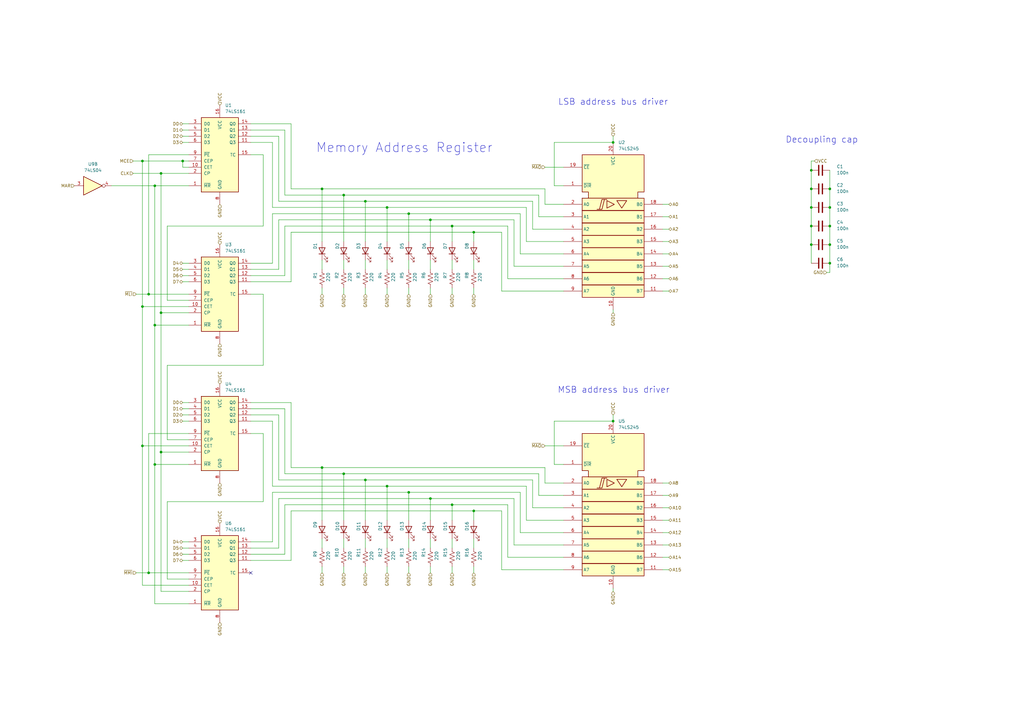
<source format=kicad_sch>
(kicad_sch (version 20250114) (generator "eeschema") (generator_version "9.0")
  (paper "A3")
  (title_block (title "Memory Address Register") (date "2025-11-16") (rev "1.0") (company "Marco Vettigli"))
  (lib_symbols
    (symbol "74xx:74LS04"
      (property "Reference" "U" (at 0 1.27 0))
      (property "Value" "74LS04" (at 0 -1.27 0))
      (symbol "74LS04_1_0"
        (polyline (pts (xy -3.81 3.81) (xy -3.81 -3.81) (xy 3.81 0) (xy -3.81 3.81)) (stroke (width 0.254)) (fill (type background)))
        (pin input line (at -7.62 0 0) (length 3.81) (name "~") (number "1"))
        (pin output inverted (at 7.62 0 180) (length 3.81) (name "~") (number "2"))
      )
      (symbol "74LS04_2_0"
        (polyline (pts (xy -3.81 3.81) (xy -3.81 -3.81) (xy 3.81 0) (xy -3.81 3.81)) (stroke (width 0.254)) (fill (type background)))
        (pin input line (at -7.62 0 0) (length 3.81) (name "~") (number "3"))
        (pin output inverted (at 7.62 0 180) (length 3.81) (name "~") (number "4"))
      )
      (symbol "74LS04_3_0"
        (polyline (pts (xy -3.81 3.81) (xy -3.81 -3.81) (xy 3.81 0) (xy -3.81 3.81)) (stroke (width 0.254)) (fill (type background)))
        (pin input line (at -7.62 0 0) (length 3.81) (name "~") (number "5"))
        (pin output inverted (at 7.62 0 180) (length 3.81) (name "~") (number "6"))
      )
      (symbol "74LS04_4_0"
        (polyline (pts (xy -3.81 3.81) (xy -3.81 -3.81) (xy 3.81 0) (xy -3.81 3.81)) (stroke (width 0.254)) (fill (type background)))
        (pin input line (at -7.62 0 0) (length 3.81) (name "~") (number "9"))
        (pin output inverted (at 7.62 0 180) (length 3.81) (name "~") (number "8"))
      )
      (symbol "74LS04_5_0"
        (polyline (pts (xy -3.81 3.81) (xy -3.81 -3.81) (xy 3.81 0) (xy -3.81 3.81)) (stroke (width 0.254)) (fill (type background)))
        (pin input line (at -7.62 0 0) (length 3.81) (name "~") (number "11"))
        (pin output inverted (at 7.62 0 180) (length 3.81) (name "~") (number "10"))
      )
      (symbol "74LS04_6_0"
        (polyline (pts (xy -3.81 3.81) (xy -3.81 -3.81) (xy 3.81 0) (xy -3.81 3.81)) (stroke (width 0.254)) (fill (type background)))
        (pin input line (at -7.62 0 0) (length 3.81) (name "~") (number "13"))
        (pin output inverted (at 7.62 0 180) (length 3.81) (name "~") (number "12"))
      )
      (symbol "74LS04_7_0"
        (pin power_in line (at 0 12.7 270) (length 5.08) (name "VCC") (number "14"))
        (pin power_in line (at 0 -12.7 90) (length 5.08) (name "GND") (number "7"))
      )
      (symbol "74LS04_7_1"
        (rectangle (start -5.08 7.62) (end 5.08 -7.62) (stroke (width 0.254)) (fill (type background)))
      )
    )
    (symbol "74xx:74LS161" (pin_names (offset 1.016))
      (property "Reference" "U" (at -7.62 16.51 0))
      (property "Value" "74LS161" (at -7.62 -16.51 0))
      (symbol "74LS161_1_0"
        (pin input line (at -12.7 12.7 0) (length 5.08) (name "D0") (number "3"))
        (pin input line (at -12.7 10.16 0) (length 5.08) (name "D1") (number "4"))
        (pin input line (at -12.7 7.62 0) (length 5.08) (name "D2") (number "5"))
        (pin input line (at -12.7 5.08 0) (length 5.08) (name "D3") (number "6"))
        (pin input line (at -12.7 0 0) (length 5.08) (name "~{PE}") (number "9"))
        (pin input line (at -12.7 -2.54 0) (length 5.08) (name "CEP") (number "7"))
        (pin input line (at -12.7 -5.08 0) (length 5.08) (name "CET") (number "10"))
        (pin input line (at -12.7 -7.62 0) (length 5.08) (name "CP") (number "2"))
        (pin input line (at -12.7 -12.7 0) (length 5.08) (name "~{MR}") (number "1"))
        (pin power_in line (at 0 20.32 270) (length 5.08) (name "VCC") (number "16"))
        (pin power_in line (at 0 -20.32 90) (length 5.08) (name "GND") (number "8"))
        (pin output line (at 12.7 12.7 180) (length 5.08) (name "Q0") (number "14"))
        (pin output line (at 12.7 10.16 180) (length 5.08) (name "Q1") (number "13"))
        (pin output line (at 12.7 7.62 180) (length 5.08) (name "Q2") (number "12"))
        (pin output line (at 12.7 5.08 180) (length 5.08) (name "Q3") (number "11"))
        (pin output line (at 12.7 0 180) (length 5.08) (name "TC") (number "15"))
      )
      (symbol "74LS161_1_1"
        (rectangle (start -7.62 15.24) (end 7.62 -15.24) (stroke (width 0.254)) (fill (type background)))
      )
    )
    (symbol "74xx_IEEE:74LS245"
      (property "Reference" "U" (at 15.24 25.4 0))
      (property "Value" "74LS245" (at 5.08 -30.48 0))
      (symbol "74LS245_0_0"
        (polyline (pts (xy -6.604 10.668) (xy -4.572 10.668) (xy -3.556 14.732) (xy -2.54 14.732) (xy -4.572 14.732) (xy -5.588 10.668) (xy -5.588 10.668)) (stroke (width 0.254)) (fill (type background)))
        (polyline (pts (xy -2.54 14.224) (xy -2.54 11.176) (xy 0.508 12.7) (xy -2.54 14.224) (xy -2.54 14.224)) (stroke (width 0.254)) (fill (type background)))
        (polyline (pts (xy 1.524 14.224) (xy 5.588 14.224) (xy 3.556 11.176) (xy 1.524 14.224) (xy 1.524 14.224)) (stroke (width 0.254)) (fill (type background)))
        (pin power_in line (at 0 38.1 270) (length 5.08) (name "VCC") (number "20"))
        (pin power_in line (at 0 -30.48 90) (length 5.08) (name "GND") (number "10"))
      )
      (symbol "74LS245_0_1"
        (rectangle (start -12.7 15.24) (end 12.7 10.16) (stroke (width 0.254)) (fill (type background)))
        (rectangle (start -12.7 10.16) (end 12.7 5.08) (stroke (width 0.254)) (fill (type background)))
        (rectangle (start -12.7 5.08) (end 12.7 0) (stroke (width 0.254)) (fill (type background)))
        (rectangle (start -12.7 0) (end 12.7 -5.08) (stroke (width 0.254)) (fill (type background)))
        (rectangle (start -12.7 -5.08) (end 12.7 -10.16) (stroke (width 0.254)) (fill (type background)))
        (rectangle (start -12.7 -10.16) (end 12.7 -15.24) (stroke (width 0.254)) (fill (type background)))
        (rectangle (start -12.7 -15.24) (end 12.7 -20.32) (stroke (width 0.254)) (fill (type background)))
        (rectangle (start -12.7 -20.32) (end 12.7 -25.4) (stroke (width 0.254)) (fill (type background)))
        (polyline (pts (xy -10.16 15.24) (xy -10.16 17.78) (xy -12.7 17.78) (xy -12.7 33.02) (xy 12.7 33.02) (xy 12.7 17.78) (xy 10.16 17.78) (xy 10.16 15.24) (xy 10.16 15.24)) (stroke (width 0.254)) (fill (type background)))
      )
      (symbol "74LS245_1_1"
        (pin input line (at -20.32 27.94 0) (length 7.62) (name "~{CE}") (number "19"))
        (pin input line (at -20.32 20.32 0) (length 7.62) (name "~{DIR}") (number "1"))
        (pin tri_state line (at -20.32 12.7 0) (length 7.62) (name "A0") (number "2"))
        (pin tri_state line (at -20.32 7.62 0) (length 7.62) (name "A1") (number "3"))
        (pin tri_state line (at -20.32 2.54 0) (length 7.62) (name "A2") (number "4"))
        (pin tri_state line (at -20.32 -2.54 0) (length 7.62) (name "A3") (number "5"))
        (pin tri_state line (at -20.32 -7.62 0) (length 7.62) (name "A4") (number "6"))
        (pin tri_state line (at -20.32 -12.7 0) (length 7.62) (name "A5") (number "7"))
        (pin tri_state line (at -20.32 -17.78 0) (length 7.62) (name "A6") (number "8"))
        (pin tri_state line (at -20.32 -22.86 0) (length 7.62) (name "A7") (number "9"))
        (pin tri_state line (at 20.32 12.7 180) (length 7.62) (name "B0") (number "18"))
        (pin tri_state line (at 20.32 7.62 180) (length 7.62) (name "B1") (number "17"))
        (pin tri_state line (at 20.32 2.54 180) (length 7.62) (name "B2") (number "16"))
        (pin tri_state line (at 20.32 -2.54 180) (length 7.62) (name "B3") (number "15"))
        (pin tri_state line (at 20.32 -7.62 180) (length 7.62) (name "B4") (number "14"))
        (pin tri_state line (at 20.32 -12.7 180) (length 7.62) (name "B5") (number "13"))
        (pin tri_state line (at 20.32 -17.78 180) (length 7.62) (name "B6") (number "12"))
        (pin tri_state line (at 20.32 -22.86 180) (length 7.62) (name "B7") (number "11"))
      )
    )
    (symbol "Device:C" (pin_numbers (hide yes)) (pin_names (offset 0.254))
      (property "Reference" "C" (at 0.635 2.54 0))
      (property "Value" "C" (at 0.635 -2.54 0))
      (symbol "C_0_1"
        (polyline (pts (xy -2.032 0.762) (xy 2.032 0.762)) (stroke (width 0.508)))
        (polyline (pts (xy -2.032 -0.762) (xy 2.032 -0.762)) (stroke (width 0.508)))
      )
      (symbol "C_1_1"
        (pin passive line (at 0 3.81 270) (length 2.794) (name "~") (number "1"))
        (pin passive line (at 0 -3.81 90) (length 2.794) (name "~") (number "2"))
      )
    )
    (symbol "Device:LED" (pin_numbers (hide yes)) (pin_names (offset 1.016) (hide yes))
      (property "Reference" "D" (at 0 2.54 0))
      (property "Value" "LED" (at 0 -2.54 0))
      (symbol "LED_0_1"
        (polyline (pts (xy -3.048 -0.762) (xy -4.572 -2.286) (xy -3.81 -2.286) (xy -4.572 -2.286) (xy -4.572 -1.524)))
        (polyline (pts (xy -1.778 -0.762) (xy -3.302 -2.286) (xy -2.54 -2.286) (xy -3.302 -2.286) (xy -3.302 -1.524)))
        (polyline (pts (xy -1.27 0) (xy 1.27 0)))
        (polyline (pts (xy -1.27 -1.27) (xy -1.27 1.27)) (stroke (width 0.254)))
        (polyline (pts (xy 1.27 -1.27) (xy 1.27 1.27) (xy -1.27 0) (xy 1.27 -1.27)) (stroke (width 0.254)))
      )
      (symbol "LED_1_1"
        (pin passive line (at -3.81 0 0) (length 2.54) (name "K") (number "1"))
        (pin passive line (at 3.81 0 180) (length 2.54) (name "A") (number "2"))
      )
    )
    (symbol "Device:R_US" (pin_numbers (hide yes)) (pin_names (offset 0))
      (property "Reference" "R" (at 2.54 0 90))
      (property "Value" "R_US" (at -2.54 0 90))
      (symbol "R_US_0_1"
        (polyline (pts (xy 0 2.286) (xy 0 2.54)))
        (polyline (pts (xy 0 2.286) (xy 1.016 1.905) (xy 0 1.524) (xy -1.016 1.143) (xy 0 0.762)))
        (polyline (pts (xy 0 0.762) (xy 1.016 0.381) (xy 0 0) (xy -1.016 -0.381) (xy 0 -0.762)))
        (polyline (pts (xy 0 -0.762) (xy 1.016 -1.143) (xy 0 -1.524) (xy -1.016 -1.905) (xy 0 -2.286)))
        (polyline (pts (xy 0 -2.286) (xy 0 -2.54)))
      )
      (symbol "R_US_1_1"
        (pin passive line (at 0 3.81 270) (length 1.27) (name "~") (number "1"))
        (pin passive line (at 0 -3.81 90) (length 1.27) (name "~") (number "2"))
      )
    )
  )
  (text "Decoupling cap" (at 337.058 57.404 0) (effects (font (size 2.54 2.54))))
  (text "MSB address bus driver" (at 251.714 160.02 0) (effects (font (size 2.54 2.54))))
  (text "LSB address bus driver" (at 251.46 41.91 0) (effects (font (size 2.54 2.54))))
  (text "Memory Address Register" (at 165.862 60.706 0) (effects (font (size 3.81 3.81))))
  (junction (at 176.53 90.17))
  (junction (at 332.74 85.09))
  (junction (at 185.42 207.01))
  (junction (at 66.04 185.42))
  (junction (at 74.93 66.04))
  (junction (at 340.36 107.95))
  (junction (at 58.42 125.73))
  (junction (at 340.36 92.71))
  (junction (at 60.96 120.65))
  (junction (at 340.36 100.33))
  (junction (at 158.75 199.39))
  (junction (at 340.36 77.47))
  (junction (at 63.5 190.5))
  (junction (at 132.08 191.77))
  (junction (at 340.36 85.09))
  (junction (at 194.31 95.25))
  (junction (at 140.97 194.31))
  (junction (at 140.97 80.01))
  (junction (at 158.75 85.09))
  (junction (at 132.08 77.47))
  (junction (at 167.64 87.63))
  (junction (at 63.5 133.35))
  (junction (at 251.46 58.42))
  (junction (at 332.74 92.71))
  (junction (at 63.5 76.2))
  (junction (at 332.74 100.33))
  (junction (at 66.04 128.27))
  (junction (at 185.42 92.71))
  (junction (at 332.74 69.85))
  (junction (at 60.96 234.95))
  (junction (at 66.04 71.12))
  (junction (at 251.46 172.72))
  (junction (at 167.64 201.93))
  (junction (at 149.86 196.85))
  (junction (at 58.42 66.04))
  (junction (at 58.42 182.88))
  (junction (at 332.74 77.47))
  (junction (at 149.86 82.55))
  (junction (at 176.53 204.47))
  (junction (at 194.31 209.55))
  (no_connect (at 102.87 234.95))
  (wire (pts (xy 119.38 115.57) (xy 119.38 95.25)))
  (wire (pts (xy 111.76 107.95) (xy 111.76 87.63)))
  (wire (pts (xy 167.64 87.63) (xy 213.36 87.63)))
  (wire (pts (xy 149.86 110.49) (xy 149.86 106.68)))
  (wire (pts (xy 332.74 92.71) (xy 332.74 100.33)))
  (wire (pts (xy 102.87 107.95) (xy 111.76 107.95)))
  (wire (pts (xy 194.31 224.79) (xy 194.31 220.98)))
  (wire (pts (xy 167.64 87.63) (xy 167.64 99.06)))
  (wire (pts (xy 68.58 180.34) (xy 77.47 180.34)))
  (wire (pts (xy 271.78 93.98) (xy 274.32 93.98)))
  (wire (pts (xy 132.08 224.79) (xy 132.08 220.98)))
  (wire (pts (xy 74.93 53.34) (xy 77.47 53.34)))
  (wire (pts (xy 140.97 194.31) (xy 220.98 194.31)))
  (wire (pts (xy 251.46 55.88) (xy 251.46 58.42)))
  (wire (pts (xy 194.31 209.55) (xy 205.74 209.55)))
  (wire (pts (xy 74.93 113.03) (xy 77.47 113.03)))
  (wire (pts (xy 114.3 82.55) (xy 149.86 82.55)))
  (wire (pts (xy 208.28 92.71) (xy 208.28 114.3)))
  (wire (pts (xy 218.44 196.85) (xy 218.44 208.28)))
  (wire (pts (xy 119.38 191.77) (xy 132.08 191.77)))
  (wire (pts (xy 218.44 208.28) (xy 231.14 208.28)))
  (wire (pts (xy 167.64 120.65) (xy 167.64 118.11)))
  (wire (pts (xy 74.93 50.8) (xy 77.47 50.8)))
  (wire (pts (xy 58.42 182.88) (xy 77.47 182.88)))
  (wire (pts (xy 220.98 88.9) (xy 231.14 88.9)))
  (wire (pts (xy 63.5 76.2) (xy 77.47 76.2)))
  (wire (pts (xy 218.44 82.55) (xy 218.44 93.98)))
  (wire (pts (xy 176.53 234.95) (xy 176.53 232.41)))
  (wire (pts (xy 210.82 90.17) (xy 210.82 109.22)))
  (wire (pts (xy 55.88 234.95) (xy 60.96 234.95)))
  (wire (pts (xy 185.42 207.01) (xy 185.42 213.36)))
  (wire (pts (xy 271.78 104.14) (xy 274.32 104.14)))
  (wire (pts (xy 74.93 58.42) (xy 77.47 58.42)))
  (wire (pts (xy 111.76 58.42) (xy 111.76 85.09)))
  (wire (pts (xy 176.53 204.47) (xy 176.53 213.36)))
  (wire (pts (xy 74.93 115.57) (xy 77.47 115.57)))
  (wire (pts (xy 339.09 111.76) (xy 340.36 111.76)))
  (wire (pts (xy 271.78 218.44) (xy 274.32 218.44)))
  (wire (pts (xy 74.93 224.79) (xy 77.47 224.79)))
  (wire (pts (xy 194.31 95.25) (xy 194.31 99.06)))
  (wire (pts (xy 176.53 120.65) (xy 176.53 118.11)))
  (wire (pts (xy 132.08 77.47) (xy 132.08 99.06)))
  (wire (pts (xy 140.97 224.79) (xy 140.97 220.98)))
  (wire (pts (xy 111.76 199.39) (xy 158.75 199.39)))
  (wire (pts (xy 116.84 194.31) (xy 140.97 194.31)))
  (wire (pts (xy 176.53 204.47) (xy 210.82 204.47)))
  (wire (pts (xy 176.53 110.49) (xy 176.53 106.68)))
  (wire (pts (xy 66.04 128.27) (xy 66.04 71.12)))
  (wire (pts (xy 74.93 227.33) (xy 77.47 227.33)))
  (wire (pts (xy 332.74 66.04) (xy 332.74 69.85)))
  (wire (pts (xy 119.38 229.87) (xy 119.38 209.55)))
  (wire (pts (xy 227.33 190.5) (xy 231.14 190.5)))
  (wire (pts (xy 158.75 199.39) (xy 215.9 199.39)))
  (wire (pts (xy 340.36 69.85) (xy 340.36 77.47)))
  (wire (pts (xy 58.42 182.88) (xy 58.42 240.03)))
  (wire (pts (xy 114.3 110.49) (xy 114.3 90.17)))
  (wire (pts (xy 251.46 241.3) (xy 251.46 242.57)))
  (wire (pts (xy 119.38 77.47) (xy 132.08 77.47)))
  (wire (pts (xy 223.52 83.82) (xy 231.14 83.82)))
  (wire (pts (xy 58.42 125.73) (xy 77.47 125.73)))
  (wire (pts (xy 58.42 240.03) (xy 77.47 240.03)))
  (wire (pts (xy 185.42 92.71) (xy 185.42 99.06)))
  (wire (pts (xy 271.78 233.68) (xy 274.32 233.68)))
  (wire (pts (xy 205.74 119.38) (xy 231.14 119.38)))
  (wire (pts (xy 102.87 115.57) (xy 119.38 115.57)))
  (wire (pts (xy 205.74 233.68) (xy 231.14 233.68)))
  (wire (pts (xy 167.64 201.93) (xy 213.36 201.93)))
  (wire (pts (xy 340.36 100.33) (xy 340.36 107.95)))
  (wire (pts (xy 194.31 234.95) (xy 194.31 232.41)))
  (wire (pts (xy 111.76 87.63) (xy 167.64 87.63)))
  (wire (pts (xy 185.42 224.79) (xy 185.42 220.98)))
  (wire (pts (xy 251.46 58.42) (xy 227.33 58.42)))
  (wire (pts (xy 167.64 224.79) (xy 167.64 220.98)))
  (wire (pts (xy 223.52 182.88) (xy 231.14 182.88)))
  (wire (pts (xy 102.87 172.72) (xy 111.76 172.72)))
  (wire (pts (xy 114.3 196.85) (xy 149.86 196.85)))
  (wire (pts (xy 116.84 167.64) (xy 116.84 194.31)))
  (wire (pts (xy 194.31 120.65) (xy 194.31 118.11)))
  (wire (pts (xy 140.97 110.49) (xy 140.97 106.68)))
  (wire (pts (xy 149.86 196.85) (xy 218.44 196.85)))
  (wire (pts (xy 102.87 50.8) (xy 119.38 50.8)))
  (wire (pts (xy 54.61 66.04) (xy 58.42 66.04)))
  (wire (pts (xy 102.87 120.65) (xy 107.95 120.65)))
  (wire (pts (xy 158.75 199.39) (xy 158.75 213.36)))
  (wire (pts (xy 66.04 128.27) (xy 66.04 185.42)))
  (wire (pts (xy 74.93 68.58) (xy 74.93 66.04)))
  (wire (pts (xy 223.52 198.12) (xy 231.14 198.12)))
  (wire (pts (xy 58.42 125.73) (xy 58.42 182.88)))
  (wire (pts (xy 74.93 165.1) (xy 77.47 165.1)))
  (wire (pts (xy 223.52 77.47) (xy 223.52 83.82)))
  (wire (pts (xy 119.38 95.25) (xy 194.31 95.25)))
  (wire (pts (xy 140.97 80.01) (xy 140.97 99.06)))
  (wire (pts (xy 74.93 55.88) (xy 77.47 55.88)))
  (wire (pts (xy 102.87 113.03) (xy 116.84 113.03)))
  (wire (pts (xy 116.84 207.01) (xy 185.42 207.01)))
  (wire (pts (xy 132.08 110.49) (xy 132.08 106.68)))
  (wire (pts (xy 74.93 167.64) (xy 77.47 167.64)))
  (wire (pts (xy 58.42 66.04) (xy 58.42 125.73)))
  (wire (pts (xy 119.38 165.1) (xy 119.38 191.77)))
  (wire (pts (xy 114.3 170.18) (xy 114.3 196.85)))
  (wire (pts (xy 213.36 201.93) (xy 213.36 218.44)))
  (wire (pts (xy 334.01 66.04) (xy 332.74 66.04)))
  (wire (pts (xy 223.52 191.77) (xy 223.52 198.12)))
  (wire (pts (xy 215.9 85.09) (xy 215.9 99.06)))
  (wire (pts (xy 210.82 223.52) (xy 231.14 223.52)))
  (wire (pts (xy 210.82 204.47) (xy 210.82 223.52)))
  (wire (pts (xy 167.64 110.49) (xy 167.64 106.68)))
  (wire (pts (xy 107.95 120.65) (xy 107.95 149.86)))
  (wire (pts (xy 68.58 149.86) (xy 68.58 180.34)))
  (wire (pts (xy 149.86 234.95) (xy 149.86 232.41)))
  (wire (pts (xy 149.86 82.55) (xy 218.44 82.55)))
  (wire (pts (xy 116.84 80.01) (xy 140.97 80.01)))
  (wire (pts (xy 60.96 63.5) (xy 60.96 120.65)))
  (wire (pts (xy 63.5 76.2) (xy 63.5 133.35)))
  (wire (pts (xy 58.42 66.04) (xy 74.93 66.04)))
  (wire (pts (xy 77.47 177.8) (xy 60.96 177.8)))
  (wire (pts (xy 158.75 120.65) (xy 158.75 118.11)))
  (wire (pts (xy 63.5 190.5) (xy 63.5 247.65)))
  (wire (pts (xy 215.9 213.36) (xy 231.14 213.36)))
  (wire (pts (xy 271.78 109.22) (xy 274.32 109.22)))
  (wire (pts (xy 194.31 95.25) (xy 205.74 95.25)))
  (wire (pts (xy 132.08 234.95) (xy 132.08 232.41)))
  (wire (pts (xy 220.98 194.31) (xy 220.98 203.2)))
  (wire (pts (xy 271.78 228.6) (xy 274.32 228.6)))
  (wire (pts (xy 176.53 224.79) (xy 176.53 220.98)))
  (wire (pts (xy 107.95 92.71) (xy 68.58 92.71)))
  (wire (pts (xy 149.86 196.85) (xy 149.86 213.36)))
  (wire (pts (xy 132.08 120.65) (xy 132.08 118.11)))
  (wire (pts (xy 271.78 114.3) (xy 274.32 114.3)))
  (wire (pts (xy 60.96 120.65) (xy 77.47 120.65)))
  (wire (pts (xy 149.86 120.65) (xy 149.86 118.11)))
  (wire (pts (xy 102.87 224.79) (xy 114.3 224.79)))
  (wire (pts (xy 223.52 68.58) (xy 231.14 68.58)))
  (wire (pts (xy 271.78 223.52) (xy 274.32 223.52)))
  (wire (pts (xy 208.28 114.3) (xy 231.14 114.3)))
  (wire (pts (xy 68.58 237.49) (xy 77.47 237.49)))
  (wire (pts (xy 68.58 123.19) (xy 77.47 123.19)))
  (wire (pts (xy 213.36 87.63) (xy 213.36 104.14)))
  (wire (pts (xy 167.64 201.93) (xy 167.64 213.36)))
  (wire (pts (xy 114.3 55.88) (xy 114.3 82.55)))
  (wire (pts (xy 218.44 93.98) (xy 231.14 93.98)))
  (wire (pts (xy 77.47 68.58) (xy 74.93 68.58)))
  (wire (pts (xy 185.42 120.65) (xy 185.42 118.11)))
  (wire (pts (xy 213.36 218.44) (xy 231.14 218.44)))
  (wire (pts (xy 107.95 63.5) (xy 102.87 63.5)))
  (wire (pts (xy 215.9 99.06) (xy 231.14 99.06)))
  (wire (pts (xy 220.98 80.01) (xy 220.98 88.9)))
  (wire (pts (xy 102.87 229.87) (xy 119.38 229.87)))
  (wire (pts (xy 271.78 208.28) (xy 274.32 208.28)))
  (wire (pts (xy 114.3 90.17) (xy 176.53 90.17)))
  (wire (pts (xy 63.5 247.65) (xy 77.47 247.65)))
  (wire (pts (xy 332.74 100.33) (xy 332.74 107.95)))
  (wire (pts (xy 227.33 76.2) (xy 231.14 76.2)))
  (wire (pts (xy 116.84 227.33) (xy 116.84 207.01)))
  (wire (pts (xy 208.28 228.6) (xy 231.14 228.6)))
  (wire (pts (xy 332.74 77.47) (xy 332.74 85.09)))
  (wire (pts (xy 185.42 110.49) (xy 185.42 106.68)))
  (wire (pts (xy 213.36 104.14) (xy 231.14 104.14)))
  (wire (pts (xy 111.76 201.93) (xy 167.64 201.93)))
  (wire (pts (xy 116.84 53.34) (xy 116.84 80.01)))
  (wire (pts (xy 102.87 177.8) (xy 107.95 177.8)))
  (wire (pts (xy 340.36 77.47) (xy 340.36 85.09)))
  (wire (pts (xy 332.74 69.85) (xy 332.74 77.47)))
  (wire (pts (xy 66.04 71.12) (xy 77.47 71.12)))
  (wire (pts (xy 132.08 191.77) (xy 132.08 213.36)))
  (wire (pts (xy 77.47 242.57) (xy 66.04 242.57)))
  (wire (pts (xy 55.88 120.65) (xy 60.96 120.65)))
  (wire (pts (xy 66.04 242.57) (xy 66.04 185.42)))
  (wire (pts (xy 176.53 90.17) (xy 176.53 99.06)))
  (wire (pts (xy 77.47 63.5) (xy 60.96 63.5)))
  (wire (pts (xy 271.78 198.12) (xy 274.32 198.12)))
  (wire (pts (xy 119.38 209.55) (xy 194.31 209.55)))
  (wire (pts (xy 74.93 107.95) (xy 77.47 107.95)))
  (wire (pts (xy 102.87 110.49) (xy 114.3 110.49)))
  (wire (pts (xy 102.87 227.33) (xy 116.84 227.33)))
  (wire (pts (xy 176.53 90.17) (xy 210.82 90.17)))
  (wire (pts (xy 271.78 99.06) (xy 274.32 99.06)))
  (wire (pts (xy 227.33 172.72) (xy 227.33 190.5)))
  (wire (pts (xy 205.74 209.55) (xy 205.74 233.68)))
  (wire (pts (xy 102.87 167.64) (xy 116.84 167.64)))
  (wire (pts (xy 102.87 222.25) (xy 111.76 222.25)))
  (wire (pts (xy 251.46 172.72) (xy 227.33 172.72)))
  (wire (pts (xy 111.76 222.25) (xy 111.76 201.93)))
  (wire (pts (xy 158.75 85.09) (xy 215.9 85.09)))
  (wire (pts (xy 74.93 170.18) (xy 77.47 170.18)))
  (wire (pts (xy 271.78 213.36) (xy 274.32 213.36)))
  (wire (pts (xy 140.97 80.01) (xy 220.98 80.01)))
  (wire (pts (xy 158.75 85.09) (xy 158.75 99.06)))
  (wire (pts (xy 140.97 234.95) (xy 140.97 232.41)))
  (wire (pts (xy 215.9 199.39) (xy 215.9 213.36)))
  (wire (pts (xy 102.87 170.18) (xy 114.3 170.18)))
  (wire (pts (xy 271.78 83.82) (xy 274.32 83.82)))
  (wire (pts (xy 114.3 204.47) (xy 176.53 204.47)))
  (wire (pts (xy 340.36 92.71) (xy 340.36 100.33)))
  (wire (pts (xy 102.87 53.34) (xy 116.84 53.34)))
  (wire (pts (xy 68.58 92.71) (xy 68.58 123.19)))
  (wire (pts (xy 111.76 85.09) (xy 158.75 85.09)))
  (wire (pts (xy 107.95 149.86) (xy 68.58 149.86)))
  (wire (pts (xy 149.86 82.55) (xy 149.86 99.06)))
  (wire (pts (xy 251.46 127) (xy 251.46 128.27)))
  (wire (pts (xy 185.42 92.71) (xy 116.84 92.71)))
  (wire (pts (xy 114.3 224.79) (xy 114.3 204.47)))
  (wire (pts (xy 63.5 133.35) (xy 63.5 190.5)))
  (wire (pts (xy 194.31 110.49) (xy 194.31 106.68)))
  (wire (pts (xy 185.42 234.95) (xy 185.42 232.41)))
  (wire (pts (xy 107.95 205.74) (xy 68.58 205.74)))
  (wire (pts (xy 158.75 224.79) (xy 158.75 220.98)))
  (wire (pts (xy 60.96 177.8) (xy 60.96 234.95)))
  (wire (pts (xy 45.72 76.2) (xy 63.5 76.2)))
  (wire (pts (xy 74.93 110.49) (xy 77.47 110.49)))
  (wire (pts (xy 340.36 85.09) (xy 340.36 92.71)))
  (wire (pts (xy 102.87 58.42) (xy 111.76 58.42)))
  (wire (pts (xy 271.78 88.9) (xy 274.32 88.9)))
  (wire (pts (xy 107.95 177.8) (xy 107.95 205.74)))
  (wire (pts (xy 332.74 85.09) (xy 332.74 92.71)))
  (wire (pts (xy 74.93 222.25) (xy 77.47 222.25)))
  (wire (pts (xy 205.74 95.25) (xy 205.74 119.38)))
  (wire (pts (xy 111.76 172.72) (xy 111.76 199.39)))
  (wire (pts (xy 208.28 207.01) (xy 208.28 228.6)))
  (wire (pts (xy 54.61 71.12) (xy 66.04 71.12)))
  (wire (pts (xy 185.42 207.01) (xy 208.28 207.01)))
  (wire (pts (xy 119.38 50.8) (xy 119.38 77.47)))
  (wire (pts (xy 140.97 120.65) (xy 140.97 118.11)))
  (wire (pts (xy 63.5 133.35) (xy 77.47 133.35)))
  (wire (pts (xy 194.31 209.55) (xy 194.31 213.36)))
  (wire (pts (xy 340.36 111.76) (xy 340.36 107.95)))
  (wire (pts (xy 167.64 234.95) (xy 167.64 232.41)))
  (wire (pts (xy 271.78 119.38) (xy 274.32 119.38)))
  (wire (pts (xy 116.84 92.71) (xy 116.84 113.03)))
  (wire (pts (xy 74.93 66.04) (xy 77.47 66.04)))
  (wire (pts (xy 149.86 224.79) (xy 149.86 220.98)))
  (wire (pts (xy 220.98 203.2) (xy 231.14 203.2)))
  (wire (pts (xy 68.58 205.74) (xy 68.58 237.49)))
  (wire (pts (xy 185.42 92.71) (xy 208.28 92.71)))
  (wire (pts (xy 107.95 63.5) (xy 107.95 92.71)))
  (wire (pts (xy 132.08 77.47) (xy 223.52 77.47)))
  (wire (pts (xy 140.97 194.31) (xy 140.97 213.36)))
  (wire (pts (xy 77.47 128.27) (xy 66.04 128.27)))
  (wire (pts (xy 66.04 185.42) (xy 77.47 185.42)))
  (wire (pts (xy 227.33 58.42) (xy 227.33 76.2)))
  (wire (pts (xy 63.5 190.5) (xy 77.47 190.5)))
  (wire (pts (xy 251.46 170.18) (xy 251.46 172.72)))
  (wire (pts (xy 158.75 110.49) (xy 158.75 106.68)))
  (wire (pts (xy 74.93 172.72) (xy 77.47 172.72)))
  (wire (pts (xy 132.08 191.77) (xy 223.52 191.77)))
  (wire (pts (xy 102.87 55.88) (xy 114.3 55.88)))
  (wire (pts (xy 102.87 165.1) (xy 119.38 165.1)))
  (wire (pts (xy 271.78 203.2) (xy 274.32 203.2)))
  (wire (pts (xy 158.75 234.95) (xy 158.75 232.41)))
  (wire (pts (xy 74.93 229.87) (xy 77.47 229.87)))
  (wire (pts (xy 60.96 234.95) (xy 77.47 234.95)))
  (wire (pts (xy 210.82 109.22) (xy 231.14 109.22)))
  (hierarchical_label "A12" (shape tri_state) (at 274.32 218.44 0))
  (hierarchical_label "GND" (shape input) (at 176.53 234.95 270))
  (hierarchical_label "GND" (shape input) (at 149.86 120.65 270))
  (hierarchical_label "A11" (shape tri_state) (at 274.32 213.36 0))
  (hierarchical_label "D1" (shape tri_state) (at 74.93 167.64 180))
  (hierarchical_label "GND" (shape input) (at 90.17 83.82 270))
  (hierarchical_label "D1" (shape tri_state) (at 74.93 53.34 180))
  (hierarchical_label "A4" (shape tri_state) (at 274.32 104.14 0))
  (hierarchical_label "A9" (shape tri_state) (at 274.32 203.2 0))
  (hierarchical_label "A13" (shape tri_state) (at 274.32 223.52 0))
  (hierarchical_label "~{MAO}" (shape input) (at 223.52 68.58 180))
  (hierarchical_label "D2" (shape tri_state) (at 74.93 170.18 180))
  (hierarchical_label "CLK" (shape input) (at 54.61 71.12 180))
  (hierarchical_label "A0" (shape tri_state) (at 274.32 83.82 0))
  (hierarchical_label "A10" (shape tri_state) (at 274.32 208.28 0))
  (hierarchical_label "VCC" (shape input) (at 90.17 43.18 90))
  (hierarchical_label "A2" (shape tri_state) (at 274.32 93.98 0))
  (hierarchical_label "D7" (shape tri_state) (at 74.93 115.57 180))
  (hierarchical_label "D4" (shape tri_state) (at 74.93 107.95 180))
  (hierarchical_label "GND" (shape input) (at 194.31 234.95 270))
  (hierarchical_label "A1" (shape tri_state) (at 274.32 88.9 0))
  (hierarchical_label "MCE" (shape input) (at 54.61 66.04 180))
  (hierarchical_label "GND" (shape input) (at 90.17 198.12 270))
  (hierarchical_label "D2" (shape tri_state) (at 74.93 55.88 180))
  (hierarchical_label "A14" (shape tri_state) (at 274.32 228.6 0))
  (hierarchical_label "A6" (shape tri_state) (at 274.32 114.3 0))
  (hierarchical_label "VCC" (shape input) (at 90.17 100.33 90))
  (hierarchical_label "GND" (shape input) (at 176.53 120.65 270))
  (hierarchical_label "D0" (shape tri_state) (at 74.93 50.8 180))
  (hierarchical_label "D7" (shape tri_state) (at 74.93 229.87 180))
  (hierarchical_label "~{MMI}" (shape input) (at 55.88 234.95 180))
  (hierarchical_label "A3" (shape tri_state) (at 274.32 99.06 0))
  (hierarchical_label "GND" (shape input) (at 140.97 120.65 270))
  (hierarchical_label "A7" (shape tri_state) (at 274.32 119.38 0))
  (hierarchical_label "GND" (shape input) (at 158.75 234.95 270))
  (hierarchical_label "GND" (shape input) (at 251.46 242.57 270))
  (hierarchical_label "D6" (shape tri_state) (at 74.93 227.33 180))
  (hierarchical_label "VCC" (shape input) (at 90.17 214.63 90))
  (hierarchical_label "GND" (shape input) (at 339.09 111.76 180))
  (hierarchical_label "GND" (shape input) (at 132.08 120.65 270))
  (hierarchical_label "D6" (shape tri_state) (at 74.93 113.03 180))
  (hierarchical_label "GND" (shape input) (at 167.64 234.95 270))
  (hierarchical_label "GND" (shape input) (at 185.42 120.65 270))
  (hierarchical_label "GND" (shape input) (at 90.17 140.97 270))
  (hierarchical_label "GND" (shape input) (at 251.46 128.27 270))
  (hierarchical_label "GND" (shape input) (at 185.42 234.95 270))
  (hierarchical_label "VCC" (shape input) (at 334.01 66.04 0))
  (hierarchical_label "A5" (shape tri_state) (at 274.32 109.22 0))
  (hierarchical_label "D5" (shape tri_state) (at 74.93 110.49 180))
  (hierarchical_label "GND" (shape input) (at 149.86 234.95 270))
  (hierarchical_label "~{MLI}" (shape input) (at 55.88 120.65 180))
  (hierarchical_label "~{MAO}" (shape input) (at 223.52 182.88 180))
  (hierarchical_label "GND" (shape input) (at 167.64 120.65 270))
  (hierarchical_label "GND" (shape input) (at 90.17 255.27 270))
  (hierarchical_label "D3" (shape tri_state) (at 74.93 172.72 180))
  (hierarchical_label "GND" (shape input) (at 194.31 120.65 270))
  (hierarchical_label "D3" (shape tri_state) (at 74.93 58.42 180))
  (hierarchical_label "GND" (shape input) (at 158.75 120.65 270))
  (hierarchical_label "GND" (shape input) (at 140.97 234.95 270))
  (hierarchical_label "A8" (shape tri_state) (at 274.32 198.12 0))
  (hierarchical_label "D5" (shape tri_state) (at 74.93 224.79 180))
  (hierarchical_label "D0" (shape tri_state) (at 74.93 165.1 180))
  (hierarchical_label "VCC" (shape input) (at 90.17 157.48 90))
  (hierarchical_label "MAR" (shape input) (at 30.48 76.2 180))
  (hierarchical_label "D4" (shape tri_state) (at 74.93 222.25 180))
  (hierarchical_label "A15" (shape tri_state) (at 274.32 233.68 0))
  (hierarchical_label "VCC" (shape input) (at 251.46 170.18 90))
  (hierarchical_label "VCC" (shape input) (at 251.46 55.88 90))
  (hierarchical_label "GND" (shape input) (at 132.08 234.95 270))
  (symbol (lib_id "Device:LED") (at 132.08 102.87 90) (unit 1)
    (property "Reference" "D1" (at 129.286 99.568 0) (effects (justify right)))
    (property "Value" "GREEN" (effects (hide yes)))
    (property "Footprint" "LED_THT:LED_D3.0mm" (effects (hide yes)))
    (property "Description" "Light emitting diode" (effects (hide yes)))
    (property "Sim.Pins" "1=K 2=A" (effects (hide yes)))
  )
  (symbol (lib_id "Device:LED") (at 176.53 217.17 90) (unit 1)
    (property "Reference" "D14" (at 173.99 213.868 0) (effects (justify right)))
    (property "Value" "GREEN" (effects (hide yes)))
    (property "Footprint" "LED_THT:LED_D3.0mm" (effects (hide yes)))
    (property "Description" "Light emitting diode" (effects (hide yes)))
    (property "Sim.Pins" "1=K 2=A" (effects (hide yes)))
  )
  (symbol (lib_id "Device:R_US") (at 194.31 114.3 0) (unit 1)
    (property "Reference" "R8" (at 191.516 114.3 90) (effects (justify left)))
    (property "Value" "220" (at 196.85 115.5699 90) (effects (justify left)))
    (property "Footprint" "Resistor_THT:R_Axial_DIN0207_L6.3mm_D2.5mm_P10.16mm_Horizontal" (effects (hide yes)))
    (property "Description" "Resistor, US symbol" (effects (hide yes)))
  )
  (symbol (lib_id "Device:R_US") (at 185.42 228.6 0) (unit 1)
    (property "Reference" "R15" (at 182.626 228.6 90) (effects (justify left)))
    (property "Value" "220" (at 187.96 229.8699 90) (effects (justify left)))
    (property "Footprint" "Resistor_THT:R_Axial_DIN0207_L6.3mm_D2.5mm_P10.16mm_Horizontal" (effects (hide yes)))
    (property "Description" "Resistor, US symbol" (effects (hide yes)))
  )
  (symbol (lib_id "74xx:74LS161") (at 90.17 120.65 0) (unit 1)
    (property "Reference" "U3" (at 92.3133 100.33 0) (effects (justify left)))
    (property "Value" "74LS161" (at 92.3133 102.87 0) (effects (justify left)))
    (property "Footprint" "Package_DIP:DIP-16_W7.62mm" (effects (hide yes)))
    (property "Datasheet" "http://www.ti.com/lit/gpn/sn74LS161" (effects (hide yes)))
    (property "Description" "Synchronous 4-bit programmable binary Counter" (effects (hide yes)))
  )
  (symbol (lib_id "74xx:74LS161") (at 90.17 234.95 0) (unit 1)
    (property "Reference" "U6" (at 92.3133 214.63 0) (effects (justify left)))
    (property "Value" "74LS161" (at 92.3133 217.17 0) (effects (justify left)))
    (property "Footprint" "Package_DIP:DIP-16_W7.62mm" (effects (hide yes)))
    (property "Datasheet" "http://www.ti.com/lit/gpn/sn74LS161" (effects (hide yes)))
    (property "Description" "Synchronous 4-bit programmable binary Counter" (effects (hide yes)))
  )
  (symbol (lib_id "Device:R_US") (at 149.86 114.3 0) (unit 1)
    (property "Reference" "R3" (at 147.066 114.3 90) (effects (justify left)))
    (property "Value" "220" (at 152.4 115.5699 90) (effects (justify left)))
    (property "Footprint" "Resistor_THT:R_Axial_DIN0207_L6.3mm_D2.5mm_P10.16mm_Horizontal" (effects (hide yes)))
    (property "Description" "Resistor, US symbol" (effects (hide yes)))
  )
  (symbol (lib_id "Device:R_US") (at 140.97 228.6 0) (unit 1)
    (property "Reference" "R10" (at 138.176 228.6 90) (effects (justify left)))
    (property "Value" "220" (at 143.51 229.8699 90) (effects (justify left)))
    (property "Footprint" "Resistor_THT:R_Axial_DIN0207_L6.3mm_D2.5mm_P10.16mm_Horizontal" (effects (hide yes)))
    (property "Description" "Resistor, US symbol" (effects (hide yes)))
  )
  (symbol (lib_id "Device:LED") (at 176.53 102.87 90) (unit 1)
    (property "Reference" "D6" (at 173.99 99.568 0) (effects (justify right)))
    (property "Value" "GREEN" (effects (hide yes)))
    (property "Footprint" "LED_THT:LED_D3.0mm" (effects (hide yes)))
    (property "Description" "Light emitting diode" (effects (hide yes)))
    (property "Sim.Pins" "1=K 2=A" (effects (hide yes)))
  )
  (symbol (lib_id "Device:R_US") (at 194.31 228.6 0) (unit 1)
    (property "Reference" "R16" (at 191.516 228.6 90) (effects (justify left)))
    (property "Value" "220" (at 196.85 229.8699 90) (effects (justify left)))
    (property "Footprint" "Resistor_THT:R_Axial_DIN0207_L6.3mm_D2.5mm_P10.16mm_Horizontal" (effects (hide yes)))
    (property "Description" "Resistor, US symbol" (effects (hide yes)))
  )
  (symbol (lib_id "Device:C") (at 336.55 100.33 90) (unit 1)
    (property "Reference" "C5" (at 343.154 98.806 90) (effects (justify right)))
    (property "Value" "100n" (at 343.154 101.346 90) (effects (justify right)))
    (property "Footprint" "Capacitor_THT:C_Disc_D4.7mm_W2.5mm_P5.00mm" (effects (hide yes)))
    (property "Description" "Unpolarized capacitor" (effects (hide yes)))
  )
  (symbol (lib_id "Device:R_US") (at 158.75 114.3 0) (unit 1)
    (property "Reference" "R4" (at 155.956 114.3 90) (effects (justify left)))
    (property "Value" "220" (at 161.29 115.5699 90) (effects (justify left)))
    (property "Footprint" "Resistor_THT:R_Axial_DIN0207_L6.3mm_D2.5mm_P10.16mm_Horizontal" (effects (hide yes)))
    (property "Description" "Resistor, US symbol" (effects (hide yes)))
  )
  (symbol (lib_id "Device:LED") (at 194.31 102.87 90) (unit 1)
    (property "Reference" "D8" (at 191.516 99.568 0) (effects (justify right)))
    (property "Value" "GREEN" (effects (hide yes)))
    (property "Footprint" "LED_THT:LED_D3.0mm" (effects (hide yes)))
    (property "Description" "Light emitting diode" (effects (hide yes)))
    (property "Sim.Pins" "1=K 2=A" (effects (hide yes)))
  )
  (symbol (lib_id "Device:LED") (at 185.42 217.17 90) (unit 1)
    (property "Reference" "D15" (at 182.626 213.868 0) (effects (justify right)))
    (property "Value" "GREEN" (effects (hide yes)))
    (property "Footprint" "LED_THT:LED_D3.0mm" (effects (hide yes)))
    (property "Description" "Light emitting diode" (effects (hide yes)))
    (property "Sim.Pins" "1=K 2=A" (effects (hide yes)))
  )
  (symbol (lib_id "Device:LED") (at 149.86 217.17 90) (unit 1)
    (property "Reference" "D11" (at 147.066 213.868 0) (effects (justify right)))
    (property "Value" "GREEN" (effects (hide yes)))
    (property "Footprint" "LED_THT:LED_D3.0mm" (effects (hide yes)))
    (property "Description" "Light emitting diode" (effects (hide yes)))
    (property "Sim.Pins" "1=K 2=A" (effects (hide yes)))
  )
  (symbol (lib_id "Device:LED") (at 140.97 217.17 90) (unit 1)
    (property "Reference" "D10" (at 138.43 213.868 0) (effects (justify right)))
    (property "Value" "GREEN" (effects (hide yes)))
    (property "Footprint" "LED_THT:LED_D3.0mm" (effects (hide yes)))
    (property "Description" "Light emitting diode" (effects (hide yes)))
    (property "Sim.Pins" "1=K 2=A" (effects (hide yes)))
  )
  (symbol (lib_id "Device:R_US") (at 167.64 114.3 0) (unit 1)
    (property "Reference" "R5" (at 164.846 114.3 90) (effects (justify left)))
    (property "Value" "220" (at 170.18 115.5699 90) (effects (justify left)))
    (property "Footprint" "Resistor_THT:R_Axial_DIN0207_L6.3mm_D2.5mm_P10.16mm_Horizontal" (effects (hide yes)))
    (property "Description" "Resistor, US symbol" (effects (hide yes)))
  )
  (symbol (lib_id "Device:LED") (at 158.75 102.87 90) (unit 1)
    (property "Reference" "D4" (at 155.956 99.568 0) (effects (justify right)))
    (property "Value" "GREEN" (effects (hide yes)))
    (property "Footprint" "LED_THT:LED_D3.0mm" (effects (hide yes)))
    (property "Description" "Light emitting diode" (effects (hide yes)))
    (property "Sim.Pins" "1=K 2=A" (effects (hide yes)))
  )
  (symbol (lib_id "Device:C") (at 336.55 69.85 90) (unit 1)
    (property "Reference" "C1" (at 343.154 68.326 90) (effects (justify right)))
    (property "Value" "100n" (at 343.154 70.866 90) (effects (justify right)))
    (property "Footprint" "Capacitor_THT:C_Disc_D4.7mm_W2.5mm_P5.00mm" (effects (hide yes)))
    (property "Description" "Unpolarized capacitor" (effects (hide yes)))
  )
  (symbol (lib_id "74xx:74LS161") (at 90.17 63.5 0) (unit 1)
    (property "Reference" "U1" (at 92.3133 43.18 0) (effects (justify left)))
    (property "Value" "74LS161" (at 92.3133 45.72 0) (effects (justify left)))
    (property "Footprint" "Package_DIP:DIP-16_W7.62mm" (effects (hide yes)))
    (property "Datasheet" "http://www.ti.com/lit/gpn/sn74LS161" (effects (hide yes)))
    (property "Description" "Synchronous 4-bit programmable binary Counter" (effects (hide yes)))
  )
  (symbol (lib_id "Device:LED") (at 167.64 217.17 90) (unit 1)
    (property "Reference" "D13" (at 164.846 213.868 0) (effects (justify right)))
    (property "Value" "GREEN" (effects (hide yes)))
    (property "Footprint" "LED_THT:LED_D3.0mm" (effects (hide yes)))
    (property "Description" "Light emitting diode" (effects (hide yes)))
    (property "Sim.Pins" "1=K 2=A" (effects (hide yes)))
  )
  (symbol (lib_id "Device:LED") (at 158.75 217.17 90) (unit 1)
    (property "Reference" "D12" (at 155.956 213.868 0) (effects (justify right)))
    (property "Value" "GREEN" (effects (hide yes)))
    (property "Footprint" "LED_THT:LED_D3.0mm" (effects (hide yes)))
    (property "Description" "Light emitting diode" (effects (hide yes)))
    (property "Sim.Pins" "1=K 2=A" (effects (hide yes)))
  )
  (symbol (lib_id "Device:LED") (at 149.86 102.87 90) (unit 1)
    (property "Reference" "D3" (at 147.066 99.568 0) (effects (justify right)))
    (property "Value" "GREEN" (effects (hide yes)))
    (property "Footprint" "LED_THT:LED_D3.0mm" (effects (hide yes)))
    (property "Description" "Light emitting diode" (effects (hide yes)))
    (property "Sim.Pins" "1=K 2=A" (effects (hide yes)))
  )
  (symbol (lib_id "Device:R_US") (at 132.08 228.6 0) (unit 1)
    (property "Reference" "R9" (at 129.286 228.6 90) (effects (justify left)))
    (property "Value" "220" (at 134.62 229.8699 90) (effects (justify left)))
    (property "Footprint" "Resistor_THT:R_Axial_DIN0207_L6.3mm_D2.5mm_P10.16mm_Horizontal" (effects (hide yes)))
    (property "Description" "Resistor, US symbol" (effects (hide yes)))
  )
  (symbol (lib_id "Device:C") (at 336.55 85.09 90) (unit 1)
    (property "Reference" "C3" (at 343.154 83.566 90) (effects (justify right)))
    (property "Value" "100n" (at 343.154 86.106 90) (effects (justify right)))
    (property "Footprint" "Capacitor_THT:C_Disc_D4.7mm_W2.5mm_P5.00mm" (effects (hide yes)))
    (property "Description" "Unpolarized capacitor" (effects (hide yes)))
  )
  (symbol (lib_id "Device:R_US") (at 149.86 228.6 0) (unit 1)
    (property "Reference" "R11" (at 147.066 228.6 90) (effects (justify left)))
    (property "Value" "220" (at 152.4 229.8699 90) (effects (justify left)))
    (property "Footprint" "Resistor_THT:R_Axial_DIN0207_L6.3mm_D2.5mm_P10.16mm_Horizontal" (effects (hide yes)))
    (property "Description" "Resistor, US symbol" (effects (hide yes)))
  )
  (symbol (lib_id "Device:LED") (at 167.64 102.87 90) (unit 1)
    (property "Reference" "D5" (at 164.846 99.568 0) (effects (justify right)))
    (property "Value" "GREEN" (effects (hide yes)))
    (property "Footprint" "LED_THT:LED_D3.0mm" (effects (hide yes)))
    (property "Description" "Light emitting diode" (effects (hide yes)))
    (property "Sim.Pins" "1=K 2=A" (effects (hide yes)))
  )
  (symbol (lib_id "Device:R_US") (at 176.53 114.3 0) (unit 1)
    (property "Reference" "R6" (at 173.736 114.3 90) (effects (justify left)))
    (property "Value" "220" (at 179.07 115.5699 90) (effects (justify left)))
    (property "Footprint" "Resistor_THT:R_Axial_DIN0207_L6.3mm_D2.5mm_P10.16mm_Horizontal" (effects (hide yes)))
    (property "Description" "Resistor, US symbol" (effects (hide yes)))
  )
  (symbol (lib_id "74xx_IEEE:74LS245") (at 251.46 96.52 0) (unit 1)
    (property "Reference" "U2" (at 253.6033 58.42 0) (effects (justify left)))
    (property "Value" "74LS245" (at 253.6033 60.96 0) (effects (justify left)))
    (property "Footprint" "Package_DIP:DIP-20_W7.62mm" (effects (hide yes)))
  )
  (symbol (lib_id "Device:LED") (at 194.31 217.17 90) (unit 1)
    (property "Reference" "D16" (at 191.516 213.868 0) (effects (justify right)))
    (property "Value" "GREEN" (effects (hide yes)))
    (property "Footprint" "LED_THT:LED_D3.0mm" (effects (hide yes)))
    (property "Description" "Light emitting diode" (effects (hide yes)))
    (property "Sim.Pins" "1=K 2=A" (effects (hide yes)))
  )
  (symbol (lib_id "Device:LED") (at 132.08 217.17 90) (unit 1)
    (property "Reference" "D9" (at 129.286 213.868 0) (effects (justify right)))
    (property "Value" "GREEN" (effects (hide yes)))
    (property "Footprint" "LED_THT:LED_D3.0mm" (effects (hide yes)))
    (property "Description" "Light emitting diode" (effects (hide yes)))
    (property "Sim.Pins" "1=K 2=A" (effects (hide yes)))
  )
  (symbol (lib_id "Device:LED") (at 185.42 102.87 90) (unit 1)
    (property "Reference" "D7" (at 182.626 99.568 0) (effects (justify right)))
    (property "Value" "GREEN" (effects (hide yes)))
    (property "Footprint" "LED_THT:LED_D3.0mm" (effects (hide yes)))
    (property "Description" "Light emitting diode" (effects (hide yes)))
    (property "Sim.Pins" "1=K 2=A" (effects (hide yes)))
  )
  (symbol (lib_id "Device:C") (at 336.55 107.95 90) (unit 1)
    (property "Reference" "C6" (at 343.154 106.426 90) (effects (justify right)))
    (property "Value" "100n" (at 343.154 108.966 90) (effects (justify right)))
    (property "Footprint" "Capacitor_THT:C_Disc_D4.7mm_W2.5mm_P5.00mm" (effects (hide yes)))
    (property "Description" "Unpolarized capacitor" (effects (hide yes)))
  )
  (symbol (lib_id "74xx_IEEE:74LS245") (at 251.46 210.82 0) (unit 1)
    (property "Reference" "U5" (at 253.6033 172.72 0) (effects (justify left)))
    (property "Value" "74LS245" (at 253.6033 175.26 0) (effects (justify left)))
    (property "Footprint" "Package_DIP:DIP-20_W7.62mm" (effects (hide yes)))
  )
  (symbol (lib_id "Device:R_US") (at 185.42 114.3 0) (unit 1)
    (property "Reference" "R7" (at 182.626 114.3 90) (effects (justify left)))
    (property "Value" "220" (at 187.96 115.5699 90) (effects (justify left)))
    (property "Footprint" "Resistor_THT:R_Axial_DIN0207_L6.3mm_D2.5mm_P10.16mm_Horizontal" (effects (hide yes)))
    (property "Description" "Resistor, US symbol" (effects (hide yes)))
  )
  (symbol (lib_id "Device:R_US") (at 140.97 114.3 0) (unit 1)
    (property "Reference" "R2" (at 138.176 114.3 90) (effects (justify left)))
    (property "Value" "220" (at 143.51 115.5699 90) (effects (justify left)))
    (property "Footprint" "Resistor_THT:R_Axial_DIN0207_L6.3mm_D2.5mm_P10.16mm_Horizontal" (effects (hide yes)))
    (property "Description" "Resistor, US symbol" (effects (hide yes)))
  )
  (symbol (lib_id "74xx:74LS04") (at 38.1 76.2 0) (unit 2)
    (property "Reference" "U9" (at 38.1 67.31 0))
    (property "Value" "74LS04" (at 38.1 69.85 0))
    (property "Footprint" "Package_DIP:DIP-14_W7.62mm" (effects (hide yes)))
    (property "Datasheet" "http://www.ti.com/lit/gpn/sn74LS04" (effects (hide yes)))
    (property "Description" "Hex Inverter" (effects (hide yes)))
  )
  (symbol (lib_id "Device:R_US") (at 158.75 228.6 0) (unit 1)
    (property "Reference" "R12" (at 155.956 228.6 90) (effects (justify left)))
    (property "Value" "220" (at 161.29 229.8699 90) (effects (justify left)))
    (property "Footprint" "Resistor_THT:R_Axial_DIN0207_L6.3mm_D2.5mm_P10.16mm_Horizontal" (effects (hide yes)))
    (property "Description" "Resistor, US symbol" (effects (hide yes)))
  )
  (symbol (lib_id "Device:C") (at 336.55 77.47 90) (unit 1)
    (property "Reference" "C2" (at 343.154 75.946 90) (effects (justify right)))
    (property "Value" "100n" (at 343.154 78.486 90) (effects (justify right)))
    (property "Footprint" "Capacitor_THT:C_Disc_D4.7mm_W2.5mm_P5.00mm" (effects (hide yes)))
    (property "Description" "Unpolarized capacitor" (effects (hide yes)))
  )
  (symbol (lib_id "Device:R_US") (at 132.08 114.3 0) (unit 1)
    (property "Reference" "R1" (at 129.286 114.3 90) (effects (justify left)))
    (property "Value" "220" (at 134.62 115.5699 90) (effects (justify left)))
    (property "Footprint" "Resistor_THT:R_Axial_DIN0207_L6.3mm_D2.5mm_P10.16mm_Horizontal" (effects (hide yes)))
    (property "Description" "Resistor, US symbol" (effects (hide yes)))
  )
  (symbol (lib_id "Device:LED") (at 140.97 102.87 90) (unit 1)
    (property "Reference" "D2" (at 138.43 99.568 0) (effects (justify right)))
    (property "Value" "GREEN" (effects (hide yes)))
    (property "Footprint" "LED_THT:LED_D3.0mm" (effects (hide yes)))
    (property "Description" "Light emitting diode" (effects (hide yes)))
    (property "Sim.Pins" "1=K 2=A" (effects (hide yes)))
  )
  (symbol (lib_id "Device:R_US") (at 167.64 228.6 0) (unit 1)
    (property "Reference" "R13" (at 164.846 228.6 90) (effects (justify left)))
    (property "Value" "220" (at 170.18 229.8699 90) (effects (justify left)))
    (property "Footprint" "Resistor_THT:R_Axial_DIN0207_L6.3mm_D2.5mm_P10.16mm_Horizontal" (effects (hide yes)))
    (property "Description" "Resistor, US symbol" (effects (hide yes)))
  )
  (symbol (lib_id "Device:R_US") (at 176.53 228.6 0) (unit 1)
    (property "Reference" "R14" (at 173.736 228.6 90) (effects (justify left)))
    (property "Value" "220" (at 179.07 229.8699 90) (effects (justify left)))
    (property "Footprint" "Resistor_THT:R_Axial_DIN0207_L6.3mm_D2.5mm_P10.16mm_Horizontal" (effects (hide yes)))
    (property "Description" "Resistor, US symbol" (effects (hide yes)))
  )
  (symbol (lib_id "Device:C") (at 336.55 92.71 90) (unit 1)
    (property "Reference" "C4" (at 343.154 91.186 90) (effects (justify right)))
    (property "Value" "100n" (at 343.154 93.726 90) (effects (justify right)))
    (property "Footprint" "Capacitor_THT:C_Disc_D4.7mm_W2.5mm_P5.00mm" (effects (hide yes)))
    (property "Description" "Unpolarized capacitor" (effects (hide yes)))
  )
  (symbol (lib_id "74xx:74LS161") (at 90.17 177.8 0) (unit 1)
    (property "Reference" "U4" (at 92.3133 157.48 0) (effects (justify left)))
    (property "Value" "74LS161" (at 92.3133 160.02 0) (effects (justify left)))
    (property "Footprint" "Package_DIP:DIP-16_W7.62mm" (effects (hide yes)))
    (property "Datasheet" "http://www.ti.com/lit/gpn/sn74LS161" (effects (hide yes)))
    (property "Description" "Synchronous 4-bit programmable binary Counter" (effects (hide yes)))
  )
)
</source>
